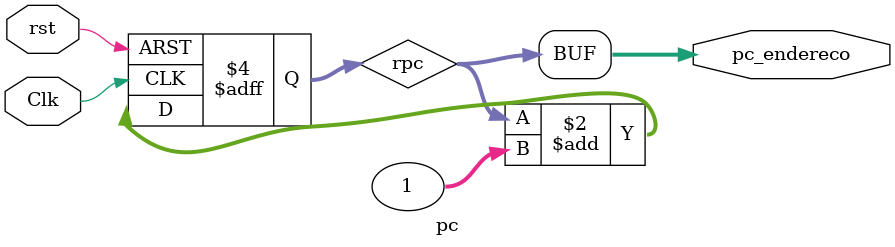
<source format=v>
module pc(
	output [31:0]pc_endereco,
	input Clk, rst
);  
	reg [31:0]rpc = 32'h0500;


	always@(posedge Clk, posedge rst) begin 
		if(rst)
			rpc <= 32'h0500;
		else
			rpc <= rpc + 32'b1;
	end

	assign pc_endereco = rpc;
	
endmodule 
</source>
